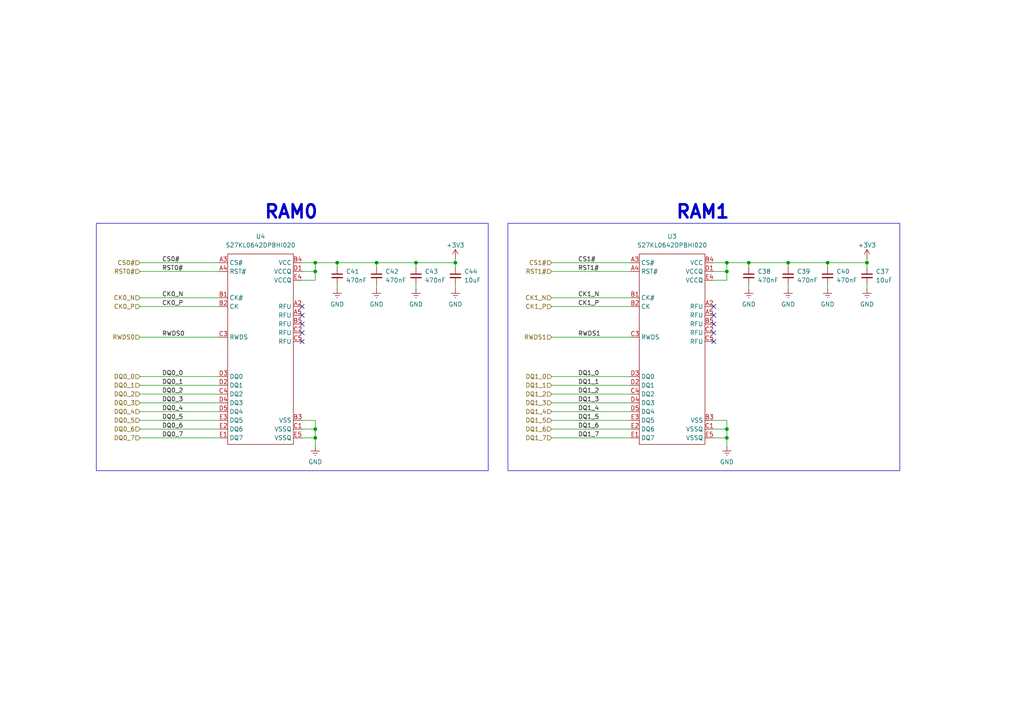
<source format=kicad_sch>
(kicad_sch (version 20231120) (generator "eeschema") (generator_version "8.0")
  (paper "A4")
  (title_block (title "PSRAM Frame Memory") (date "2024-05-31") (rev "1.0") (company "DergLabs"))
  (lib_symbols
    (symbol "Device:C_Small" (pin_numbers hide) (pin_names (offset 0.254) hide)
      (property "Reference" "C" (at 0.254 1.778 0))
      (property "Value" "C_Small" (at 0.254 -2.032 0))
      (symbol "C_Small_0_1"
        (polyline (pts (xy -1.524 -0.508) (xy 1.524 -0.508)) (stroke (width 0.3302)))
        (polyline (pts (xy -1.524 0.508) (xy 1.524 0.508)) (stroke (width 0.3048)))
      )
      (symbol "C_Small_1_1"
        (pin passive line (at 0 2.54 270) (length 2.032) (name "~") (number "1"))
        (pin passive line (at 0 -2.54 90) (length 2.032) (name "~") (number "2"))
      )
    )
    (symbol "power:+3V3" (power) (pin_numbers hide) (pin_names (offset 0) hide)
      (property "Value" "+3V3" (at 0 3.556 0))
      (symbol "+3V3_0_1"
        (polyline (pts (xy -0.762 1.27) (xy 0 2.54)))
        (polyline (pts (xy 0 0) (xy 0 2.54)))
        (polyline (pts (xy 0 2.54) (xy 0.762 1.27)))
      )
      (symbol "+3V3_1_1"
        (pin power_in line (at 0 0 90) (length 0) (name "~") (number "1"))
      )
    )
    (symbol "power:GND" (power) (pin_numbers hide) (pin_names (offset 0) hide)
      (property "Value" "GND" (at 0 -3.81 0))
      (symbol "GND_0_1"
        (polyline (pts (xy -0.635 -1.905) (xy 0.635 -1.905)))
        (polyline (pts (xy -0.127 -2.54) (xy 0.127 -2.54)))
        (polyline (pts (xy 0 -1.27) (xy 0 0)))
        (polyline (pts (xy 1.27 -1.27) (xy -1.27 -1.27)))
      )
      (symbol "GND_1_1"
        (pin power_in line (at 0 0 270) (length 0) (name "~") (number "1"))
      )
    )
    (symbol "spi2ttl:S27KL0642DPBHI020"
      (property "Reference" "U" (at 9.525 3.81 0))
      (property "Value" "S27KL0642DPBHI020" (at 9.525 1.27 0))
      (symbol "S27KL0642DPBHI020_0_1"
        (rectangle (start 0 0) (end 19.05 -55.245))
      )
      (symbol "S27KL0642DPBHI020_1_1"
        (pin unspecified line (at 21.59 -15.24 180) (length 2.54) (name "RFU") (number "A2"))
        (pin unspecified line (at -2.54 -2.54 0) (length 2.54) (name "CS#") (number "A3"))
        (pin unspecified line (at -2.54 -5.08 0) (length 2.54) (name "RST#") (number "A4"))
        (pin unspecified line (at 21.59 -17.78 180) (length 2.54) (name "RFU") (number "A5"))
        (pin unspecified line (at -2.54 -12.7 0) (length 2.54) (name "CK#") (number "B1"))
        (pin unspecified line (at -2.54 -15.24 0) (length 2.54) (name "CK") (number "B2"))
        (pin unspecified line (at 21.59 -48.26 180) (length 2.54) (name "VSS") (number "B3"))
        (pin unspecified line (at 21.59 -2.54 180) (length 2.54) (name "VCC") (number "B4"))
        (pin unspecified line (at 21.59 -20.32 180) (length 2.54) (name "RFU") (number "B5"))
        (pin unspecified line (at 21.59 -50.8 180) (length 2.54) (name "VSSQ") (number "C1"))
        (pin unspecified line (at 21.59 -22.86 180) (length 2.54) (name "RFU") (number "C2"))
        (pin unspecified line (at -2.54 -24.13 0) (length 2.54) (name "RWDS") (number "C3"))
        (pin unspecified line (at -2.54 -40.64 0) (length 2.54) (name "DQ2") (number "C4"))
        (pin unspecified line (at 21.59 -25.4 180) (length 2.54) (name "RFU") (number "C5"))
        (pin unspecified line (at 21.59 -5.08 180) (length 2.54) (name "VCCQ") (number "D1"))
        (pin unspecified line (at -2.54 -38.1 0) (length 2.54) (name "DQ1") (number "D2"))
        (pin unspecified line (at -2.54 -35.56 0) (length 2.54) (name "DQ0") (number "D3"))
        (pin unspecified line (at -2.54 -43.18 0) (length 2.54) (name "DQ3") (number "D4"))
        (pin unspecified line (at -2.54 -45.72 0) (length 2.54) (name "DQ4") (number "D5"))
        (pin unspecified line (at -2.54 -53.34 0) (length 2.54) (name "DQ7") (number "E1"))
        (pin unspecified line (at -2.54 -50.8 0) (length 2.54) (name "DQ6") (number "E2"))
        (pin unspecified line (at -2.54 -48.26 0) (length 2.54) (name "DQ5") (number "E3"))
        (pin unspecified line (at 21.59 -7.62 180) (length 2.54) (name "VCCQ") (number "E4"))
        (pin unspecified line (at 21.59 -53.34 180) (length 2.54) (name "VSSQ") (number "E5"))
      )
    )
  )
  (junction (at 120.65 76.2))
  (junction (at 210.82 76.2))
  (junction (at 228.6 76.2))
  (junction (at 91.44 78.74))
  (junction (at 91.44 127))
  (junction (at 91.44 76.2))
  (junction (at 240.03 76.2))
  (junction (at 91.44 124.46))
  (junction (at 210.82 127))
  (junction (at 109.22 76.2))
  (junction (at 97.79 76.2))
  (junction (at 217.17 76.2))
  (junction (at 132.08 76.2))
  (junction (at 251.46 76.2))
  (junction (at 210.82 124.46))
  (junction (at 210.82 78.74))
  (no_connect (at 87.63 93.98))
  (no_connect (at 207.01 96.52))
  (no_connect (at 87.63 96.52))
  (no_connect (at 207.01 93.98))
  (no_connect (at 207.01 99.06))
  (no_connect (at 87.63 91.44))
  (no_connect (at 207.01 88.9))
  (no_connect (at 87.63 99.06))
  (no_connect (at 207.01 91.44))
  (no_connect (at 87.63 88.9))
  (wire (pts (xy 91.44 127) (xy 91.44 129.54)))
  (wire (pts (xy 91.44 124.46) (xy 91.44 127)))
  (wire (pts (xy 207.01 81.28) (xy 210.82 81.28)))
  (wire (pts (xy 40.64 78.74) (xy 63.5 78.74)))
  (wire (pts (xy 40.64 114.3) (xy 63.5 114.3)))
  (wire (pts (xy 40.64 86.36) (xy 63.5 86.36)))
  (wire (pts (xy 217.17 76.2) (xy 210.82 76.2)))
  (wire (pts (xy 40.64 88.9) (xy 63.5 88.9)))
  (wire (pts (xy 120.65 76.2) (xy 109.22 76.2)))
  (wire (pts (xy 228.6 82.55) (xy 228.6 83.82)))
  (wire (pts (xy 97.79 76.2) (xy 91.44 76.2)))
  (wire (pts (xy 40.64 119.38) (xy 63.5 119.38)))
  (wire (pts (xy 207.01 76.2) (xy 210.82 76.2)))
  (wire (pts (xy 40.64 97.79) (xy 63.5 97.79)))
  (wire (pts (xy 160.02 76.2) (xy 182.88 76.2)))
  (wire (pts (xy 87.63 81.28) (xy 91.44 81.28)))
  (wire (pts (xy 210.82 76.2) (xy 210.82 78.74)))
  (wire (pts (xy 109.22 76.2) (xy 97.79 76.2)))
  (wire (pts (xy 160.02 88.9) (xy 182.88 88.9)))
  (wire (pts (xy 160.02 116.84) (xy 182.88 116.84)))
  (wire (pts (xy 40.64 127) (xy 63.5 127)))
  (wire (pts (xy 207.01 124.46) (xy 210.82 124.46)))
  (wire (pts (xy 97.79 82.55) (xy 97.79 83.82)))
  (wire (pts (xy 91.44 78.74) (xy 91.44 81.28)))
  (wire (pts (xy 207.01 78.74) (xy 210.82 78.74)))
  (wire (pts (xy 228.6 76.2) (xy 228.6 77.47)))
  (wire (pts (xy 160.02 127) (xy 182.88 127)))
  (wire (pts (xy 251.46 74.93) (xy 251.46 76.2)))
  (wire (pts (xy 207.01 121.92) (xy 210.82 121.92)))
  (wire (pts (xy 160.02 111.76) (xy 182.88 111.76)))
  (wire (pts (xy 40.64 111.76) (xy 63.5 111.76)))
  (wire (pts (xy 40.64 124.46) (xy 63.5 124.46)))
  (wire (pts (xy 210.82 78.74) (xy 210.82 81.28)))
  (wire (pts (xy 160.02 124.46) (xy 182.88 124.46)))
  (wire (pts (xy 251.46 76.2) (xy 240.03 76.2)))
  (wire (pts (xy 160.02 119.38) (xy 182.88 119.38)))
  (wire (pts (xy 240.03 82.55) (xy 240.03 83.82)))
  (wire (pts (xy 210.82 127) (xy 210.82 129.54)))
  (wire (pts (xy 87.63 124.46) (xy 91.44 124.46)))
  (wire (pts (xy 109.22 76.2) (xy 109.22 77.47)))
  (wire (pts (xy 87.63 76.2) (xy 91.44 76.2)))
  (wire (pts (xy 132.08 74.93) (xy 132.08 76.2)))
  (wire (pts (xy 91.44 76.2) (xy 91.44 78.74)))
  (wire (pts (xy 132.08 76.2) (xy 132.08 77.47)))
  (wire (pts (xy 160.02 78.74) (xy 182.88 78.74)))
  (wire (pts (xy 120.65 76.2) (xy 120.65 77.47)))
  (wire (pts (xy 207.01 127) (xy 210.82 127)))
  (wire (pts (xy 97.79 76.2) (xy 97.79 77.47)))
  (wire (pts (xy 91.44 121.92) (xy 91.44 124.46)))
  (wire (pts (xy 40.64 121.92) (xy 63.5 121.92)))
  (wire (pts (xy 251.46 76.2) (xy 251.46 77.47)))
  (wire (pts (xy 109.22 82.55) (xy 109.22 83.82)))
  (wire (pts (xy 40.64 109.22) (xy 63.5 109.22)))
  (wire (pts (xy 217.17 82.55) (xy 217.17 83.82)))
  (wire (pts (xy 132.08 76.2) (xy 120.65 76.2)))
  (wire (pts (xy 210.82 121.92) (xy 210.82 124.46)))
  (wire (pts (xy 40.64 116.84) (xy 63.5 116.84)))
  (wire (pts (xy 240.03 76.2) (xy 240.03 77.47)))
  (wire (pts (xy 120.65 82.55) (xy 120.65 83.82)))
  (wire (pts (xy 160.02 114.3) (xy 182.88 114.3)))
  (wire (pts (xy 217.17 76.2) (xy 217.17 77.47)))
  (wire (pts (xy 87.63 127) (xy 91.44 127)))
  (wire (pts (xy 160.02 86.36) (xy 182.88 86.36)))
  (wire (pts (xy 40.64 76.2) (xy 63.5 76.2)))
  (wire (pts (xy 160.02 97.79) (xy 182.88 97.79)))
  (wire (pts (xy 251.46 82.55) (xy 251.46 83.82)))
  (wire (pts (xy 87.63 78.74) (xy 91.44 78.74)))
  (wire (pts (xy 132.08 82.55) (xy 132.08 83.82)))
  (wire (pts (xy 240.03 76.2) (xy 228.6 76.2)))
  (wire (pts (xy 160.02 121.92) (xy 182.88 121.92)))
  (wire (pts (xy 210.82 124.46) (xy 210.82 127)))
  (wire (pts (xy 87.63 121.92) (xy 91.44 121.92)))
  (wire (pts (xy 160.02 109.22) (xy 182.88 109.22)))
  (wire (pts (xy 228.6 76.2) (xy 217.17 76.2)))
  (rectangle (start 27.94 64.77) (end 141.605 136.525))
  (rectangle (start 147.32 64.77) (end 260.985 136.525))
  (text "RAM1\n" (at 203.835 61.595 0) (effects (font (size 3.81 3.81) (bold yes))))
  (text "RAM0" (at 84.455 61.595 0) (effects (font (size 3.81 3.81) (bold yes))))
  (label "DQ1_7" (at 167.64 127 0))
  (label "DQ1_3" (at 167.64 116.84 0))
  (label "DQ0_0" (at 46.99 109.22 0))
  (label "RST1#" (at 167.64 78.74 0))
  (label "RWDS0" (at 46.99 97.79 0))
  (label "RST0#" (at 46.99 78.74 0))
  (label "CS0#" (at 46.99 76.2 0))
  (label "CK0_N" (at 46.99 86.36 0))
  (label "DQ1_5" (at 167.64 121.92 0))
  (label "CS1#" (at 167.64 76.2 0))
  (label "CK1_N" (at 167.64 86.36 0))
  (label "DQ0_2" (at 46.99 114.3 0))
  (label "CK0_P" (at 46.99 88.9 0))
  (label "DQ0_4" (at 46.99 119.38 0))
  (label "DQ0_1" (at 46.99 111.76 0))
  (label "DQ0_7" (at 46.99 127 0))
  (label "DQ0_6" (at 46.99 124.46 0))
  (label "DQ0_5" (at 46.99 121.92 0))
  (label "DQ1_6" (at 167.64 124.46 0))
  (label "DQ1_4" (at 167.64 119.38 0))
  (label "DQ1_0" (at 167.64 109.22 0))
  (label "CK1_P" (at 167.64 88.9 0))
  (label "DQ1_1" (at 167.64 111.76 0))
  (label "DQ0_3" (at 46.99 116.84 0))
  (label "RWDS1" (at 167.64 97.79 0))
  (label "DQ1_2" (at 167.64 114.3 0))
  (hierarchical_label "RST0#" (shape input) (at 40.64 78.74 180))
  (hierarchical_label "CS1#" (shape input) (at 160.02 76.2 180))
  (hierarchical_label "CK0_N" (shape input) (at 40.64 86.36 180))
  (hierarchical_label "DQ0_7" (shape input) (at 40.64 127 180))
  (hierarchical_label "DQ0_3" (shape input) (at 40.64 116.84 180))
  (hierarchical_label "DQ1_7" (shape input) (at 160.02 127 180))
  (hierarchical_label "DQ1_6" (shape input) (at 160.02 124.46 180))
  (hierarchical_label "DQ0_4" (shape input) (at 40.64 119.38 180))
  (hierarchical_label "CK1_N" (shape input) (at 160.02 86.36 180))
  (hierarchical_label "RST1#" (shape input) (at 160.02 78.74 180))
  (hierarchical_label "DQ1_1" (shape input) (at 160.02 111.76 180))
  (hierarchical_label "DQ0_0" (shape input) (at 40.64 109.22 180))
  (hierarchical_label "RWDS1" (shape input) (at 160.02 97.79 180))
  (hierarchical_label "DQ1_5" (shape input) (at 160.02 121.92 180))
  (hierarchical_label "CK1_P" (shape input) (at 160.02 88.9 180))
  (hierarchical_label "DQ1_3" (shape input) (at 160.02 116.84 180))
  (hierarchical_label "CS0#" (shape input) (at 40.64 76.2 180))
  (hierarchical_label "CK0_P" (shape input) (at 40.64 88.9 180))
  (hierarchical_label "RWDS0" (shape input) (at 40.64 97.79 180))
  (hierarchical_label "DQ0_5" (shape input) (at 40.64 121.92 180))
  (hierarchical_label "DQ0_2" (shape input) (at 40.64 114.3 180))
  (hierarchical_label "DQ0_6" (shape input) (at 40.64 124.46 180))
  (hierarchical_label "DQ1_0" (shape input) (at 160.02 109.22 180))
  (hierarchical_label "DQ1_2" (shape input) (at 160.02 114.3 180))
  (hierarchical_label "DQ0_1" (shape input) (at 40.64 111.76 180))
  (hierarchical_label "DQ1_4" (shape input) (at 160.02 119.38 180))
  (symbol (lib_id "Device:C_Small") (at 240.03 80.01 0) (unit 1)
    (property "Reference" "C40" (at 242.57 78.7462 0) (effects (justify left)))
    (property "Value" "470nF" (at 242.57 81.2862 0) (effects (justify left)))
    (property "Footprint" "Capacitor_SMD:C_0402_1005Metric" (effects (hide yes)))
    (property "Description" "Unpolarized capacitor, small symbol" (effects (hide yes)))
  )
  (symbol (lib_id "power:GND") (at 210.82 129.54 0) (unit 1)
    (property "Reference" "#PWR084" (effects (hide yes)))
    (property "Value" "GND" (at 210.82 133.985 0))
    (property "Description" "Power symbol creates a global label with name \"GND\" , ground" (effects (hide yes)))
  )
  (symbol (lib_id "power:GND") (at 91.44 129.54 0) (unit 1)
    (property "Reference" "#PWR094" (effects (hide yes)))
    (property "Value" "GND" (at 91.44 133.985 0))
    (property "Description" "Power symbol creates a global label with name \"GND\" , ground" (effects (hide yes)))
  )
  (symbol (lib_id "spi2ttl:S27KL0642DPBHI020") (at 66.04 73.66 0) (unit 1)
    (property "Reference" "U4" (at 75.565 68.58 0))
    (property "Value" "S27KL0642DPBHI020" (at 75.565 71.12 0))
    (property "Footprint" "SPI2TTL:BGA-25-6x8mm" (effects (hide yes)))
    (property "Datasheet" "https://www.infineon.com/dgdl/Infineon-S27KL0642_S27KS0642_3.0_V_1.8_V_64_Mb_(8_MB)_HyperRAM_Self-Refresh_DRAM-DataSheet-v09_00-EN.pdf?fileId=8ac78c8c7d0d8da4017d0ee8a1c47164" (effects (hide yes)))
  )
  (symbol (lib_id "Device:C_Small") (at 120.65 80.01 0) (unit 1)
    (property "Reference" "C43" (at 123.19 78.7462 0) (effects (justify left)))
    (property "Value" "470nF" (at 123.19 81.2862 0) (effects (justify left)))
    (property "Footprint" "Capacitor_SMD:C_0402_1005Metric" (effects (hide yes)))
    (property "Description" "Unpolarized capacitor, small symbol" (effects (hide yes)))
  )
  (symbol (lib_id "Device:C_Small") (at 228.6 80.01 0) (unit 1)
    (property "Reference" "C39" (at 231.14 78.7462 0) (effects (justify left)))
    (property "Value" "470nF" (at 231.14 81.2862 0) (effects (justify left)))
    (property "Footprint" "Capacitor_SMD:C_0402_1005Metric" (effects (hide yes)))
    (property "Description" "Unpolarized capacitor, small symbol" (effects (hide yes)))
  )
  (symbol (lib_id "Device:C_Small") (at 217.17 80.01 0) (unit 1)
    (property "Reference" "C38" (at 219.71 78.7462 0) (effects (justify left)))
    (property "Value" "470nF" (at 219.71 81.2862 0) (effects (justify left)))
    (property "Footprint" "Capacitor_SMD:C_0402_1005Metric" (effects (hide yes)))
    (property "Description" "Unpolarized capacitor, small symbol" (effects (hide yes)))
  )
  (symbol (lib_id "Device:C_Small") (at 132.08 80.01 0) (unit 1)
    (property "Reference" "C44" (at 134.62 78.7462 0) (effects (justify left)))
    (property "Value" "10uF" (at 134.62 81.2862 0) (effects (justify left)))
    (property "Footprint" "Capacitor_SMD:C_0603_1608Metric" (effects (hide yes)))
    (property "Description" "Unpolarized capacitor, small symbol" (effects (hide yes)))
  )
  (symbol (lib_id "power:GND") (at 132.08 83.82 0) (unit 1)
    (property "Reference" "#PWR093" (effects (hide yes)))
    (property "Value" "GND" (at 132.08 88.265 0))
    (property "Description" "Power symbol creates a global label with name \"GND\" , ground" (effects (hide yes)))
  )
  (symbol (lib_id "power:+3V3") (at 132.08 74.93 0) (unit 1)
    (property "Reference" "#PWR089" (effects (hide yes)))
    (property "Value" "+3V3" (at 132.08 71.12 0))
    (property "Description" "Power symbol creates a global label with name \"+3V3\"" (effects (hide yes)))
  )
  (symbol (lib_id "power:GND") (at 228.6 83.82 0) (unit 1)
    (property "Reference" "#PWR086" (effects (hide yes)))
    (property "Value" "GND" (at 228.6 88.265 0))
    (property "Description" "Power symbol creates a global label with name \"GND\" , ground" (effects (hide yes)))
  )
  (symbol (lib_id "power:GND") (at 251.46 83.82 0) (unit 1)
    (property "Reference" "#PWR088" (effects (hide yes)))
    (property "Value" "GND" (at 251.46 88.265 0))
    (property "Description" "Power symbol creates a global label with name \"GND\" , ground" (effects (hide yes)))
  )
  (symbol (lib_id "power:+3V3") (at 251.46 74.93 0) (unit 1)
    (property "Reference" "#PWR083" (effects (hide yes)))
    (property "Value" "+3V3" (at 251.46 71.12 0))
    (property "Description" "Power symbol creates a global label with name \"+3V3\"" (effects (hide yes)))
  )
  (symbol (lib_id "power:GND") (at 217.17 83.82 0) (unit 1)
    (property "Reference" "#PWR085" (effects (hide yes)))
    (property "Value" "GND" (at 217.17 88.265 0))
    (property "Description" "Power symbol creates a global label with name \"GND\" , ground" (effects (hide yes)))
  )
  (symbol (lib_id "spi2ttl:S27KL0642DPBHI020") (at 185.42 73.66 0) (unit 1)
    (property "Reference" "U3" (at 194.945 68.58 0))
    (property "Value" "S27KL0642DPBHI020" (at 194.945 71.12 0))
    (property "Footprint" "SPI2TTL:BGA-25-6x8mm" (effects (hide yes)))
    (property "Datasheet" "https://www.infineon.com/dgdl/Infineon-S27KL0642_S27KS0642_3.0_V_1.8_V_64_Mb_(8_MB)_HyperRAM_Self-Refresh_DRAM-DataSheet-v09_00-EN.pdf?fileId=8ac78c8c7d0d8da4017d0ee8a1c47164" (effects (hide yes)))
  )
  (symbol (lib_id "Device:C_Small") (at 97.79 80.01 0) (unit 1)
    (property "Reference" "C41" (at 100.33 78.7462 0) (effects (justify left)))
    (property "Value" "470nF" (at 100.33 81.2862 0) (effects (justify left)))
    (property "Footprint" "Capacitor_SMD:C_0402_1005Metric" (effects (hide yes)))
    (property "Description" "Unpolarized capacitor, small symbol" (effects (hide yes)))
  )
  (symbol (lib_id "power:GND") (at 109.22 83.82 0) (unit 1)
    (property "Reference" "#PWR091" (effects (hide yes)))
    (property "Value" "GND" (at 109.22 88.265 0))
    (property "Description" "Power symbol creates a global label with name \"GND\" , ground" (effects (hide yes)))
  )
  (symbol (lib_id "Device:C_Small") (at 109.22 80.01 0) (unit 1)
    (property "Reference" "C42" (at 111.76 78.7462 0) (effects (justify left)))
    (property "Value" "470nF" (at 111.76 81.2862 0) (effects (justify left)))
    (property "Footprint" "Capacitor_SMD:C_0402_1005Metric" (effects (hide yes)))
    (property "Description" "Unpolarized capacitor, small symbol" (effects (hide yes)))
  )
  (symbol (lib_id "Device:C_Small") (at 251.46 80.01 0) (unit 1)
    (property "Reference" "C37" (at 254 78.7462 0) (effects (justify left)))
    (property "Value" "10uF" (at 254 81.2862 0) (effects (justify left)))
    (property "Footprint" "Capacitor_SMD:C_0603_1608Metric" (effects (hide yes)))
    (property "Description" "Unpolarized capacitor, small symbol" (effects (hide yes)))
  )
  (symbol (lib_id "power:GND") (at 240.03 83.82 0) (unit 1)
    (property "Reference" "#PWR087" (effects (hide yes)))
    (property "Value" "GND" (at 240.03 88.265 0))
    (property "Description" "Power symbol creates a global label with name \"GND\" , ground" (effects (hide yes)))
  )
  (symbol (lib_id "power:GND") (at 120.65 83.82 0) (unit 1)
    (property "Reference" "#PWR092" (effects (hide yes)))
    (property "Value" "GND" (at 120.65 88.265 0))
    (property "Description" "Power symbol creates a global label with name \"GND\" , ground" (effects (hide yes)))
  )
  (symbol (lib_id "power:GND") (at 97.79 83.82 0) (unit 1)
    (property "Reference" "#PWR090" (effects (hide yes)))
    (property "Value" "GND" (at 97.79 88.265 0))
    (property "Description" "Power symbol creates a global label with name \"GND\" , ground" (effects (hide yes)))
  )
)
</source>
